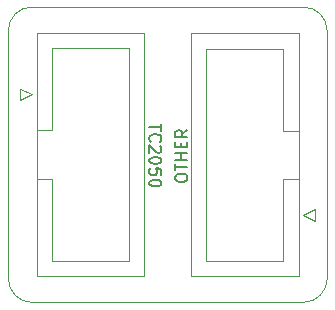
<source format=gbr>
G04 #@! TF.GenerationSoftware,KiCad,Pcbnew,5.1.6-c6e7f7d~86~ubuntu20.04.1*
G04 #@! TF.CreationDate,2020-05-16T23:21:58+03:00*
G04 #@! TF.ProjectId,TC2050-OOPS,54433230-3530-42d4-9f4f-50532e6b6963,v1.0*
G04 #@! TF.SameCoordinates,Original*
G04 #@! TF.FileFunction,Legend,Top*
G04 #@! TF.FilePolarity,Positive*
%FSLAX46Y46*%
G04 Gerber Fmt 4.6, Leading zero omitted, Abs format (unit mm)*
G04 Created by KiCad (PCBNEW 5.1.6-c6e7f7d~86~ubuntu20.04.1) date 2020-05-16 23:21:58*
%MOMM*%
%LPD*%
G01*
G04 APERTURE LIST*
G04 #@! TA.AperFunction,Profile*
%ADD10C,0.050000*%
G04 #@! TD*
%ADD11C,0.150000*%
%ADD12C,0.120000*%
G04 APERTURE END LIST*
D10*
X74000000Y-49000000D02*
G75*
G02*
X76000000Y-51000000I0J-2000000D01*
G01*
X76000000Y-72000000D02*
G75*
G02*
X74000000Y-74000000I-2000000J0D01*
G01*
X51000000Y-74000000D02*
G75*
G02*
X49000000Y-72000000I0J2000000D01*
G01*
D11*
X63152380Y-63552380D02*
X63152380Y-63361904D01*
X63200000Y-63266666D01*
X63295238Y-63171428D01*
X63485714Y-63123809D01*
X63819047Y-63123809D01*
X64009523Y-63171428D01*
X64104761Y-63266666D01*
X64152380Y-63361904D01*
X64152380Y-63552380D01*
X64104761Y-63647619D01*
X64009523Y-63742857D01*
X63819047Y-63790476D01*
X63485714Y-63790476D01*
X63295238Y-63742857D01*
X63200000Y-63647619D01*
X63152380Y-63552380D01*
X63152380Y-62838095D02*
X63152380Y-62266666D01*
X64152380Y-62552380D02*
X63152380Y-62552380D01*
X64152380Y-61933333D02*
X63152380Y-61933333D01*
X63628571Y-61933333D02*
X63628571Y-61361904D01*
X64152380Y-61361904D02*
X63152380Y-61361904D01*
X63628571Y-60885714D02*
X63628571Y-60552380D01*
X64152380Y-60409523D02*
X64152380Y-60885714D01*
X63152380Y-60885714D01*
X63152380Y-60409523D01*
X64152380Y-59409523D02*
X63676190Y-59742857D01*
X64152380Y-59980952D02*
X63152380Y-59980952D01*
X63152380Y-59600000D01*
X63200000Y-59504761D01*
X63247619Y-59457142D01*
X63342857Y-59409523D01*
X63485714Y-59409523D01*
X63580952Y-59457142D01*
X63628571Y-59504761D01*
X63676190Y-59600000D01*
X63676190Y-59980952D01*
X61947619Y-58909523D02*
X61947619Y-59480952D01*
X60947619Y-59195238D02*
X61947619Y-59195238D01*
X61042857Y-60385714D02*
X60995238Y-60338095D01*
X60947619Y-60195238D01*
X60947619Y-60100000D01*
X60995238Y-59957142D01*
X61090476Y-59861904D01*
X61185714Y-59814285D01*
X61376190Y-59766666D01*
X61519047Y-59766666D01*
X61709523Y-59814285D01*
X61804761Y-59861904D01*
X61900000Y-59957142D01*
X61947619Y-60100000D01*
X61947619Y-60195238D01*
X61900000Y-60338095D01*
X61852380Y-60385714D01*
X61852380Y-60766666D02*
X61900000Y-60814285D01*
X61947619Y-60909523D01*
X61947619Y-61147619D01*
X61900000Y-61242857D01*
X61852380Y-61290476D01*
X61757142Y-61338095D01*
X61661904Y-61338095D01*
X61519047Y-61290476D01*
X60947619Y-60719047D01*
X60947619Y-61338095D01*
X61947619Y-61957142D02*
X61947619Y-62052380D01*
X61900000Y-62147619D01*
X61852380Y-62195238D01*
X61757142Y-62242857D01*
X61566666Y-62290476D01*
X61328571Y-62290476D01*
X61138095Y-62242857D01*
X61042857Y-62195238D01*
X60995238Y-62147619D01*
X60947619Y-62052380D01*
X60947619Y-61957142D01*
X60995238Y-61861904D01*
X61042857Y-61814285D01*
X61138095Y-61766666D01*
X61328571Y-61719047D01*
X61566666Y-61719047D01*
X61757142Y-61766666D01*
X61852380Y-61814285D01*
X61900000Y-61861904D01*
X61947619Y-61957142D01*
X61947619Y-63195238D02*
X61947619Y-62719047D01*
X61471428Y-62671428D01*
X61519047Y-62719047D01*
X61566666Y-62814285D01*
X61566666Y-63052380D01*
X61519047Y-63147619D01*
X61471428Y-63195238D01*
X61376190Y-63242857D01*
X61138095Y-63242857D01*
X61042857Y-63195238D01*
X60995238Y-63147619D01*
X60947619Y-63052380D01*
X60947619Y-62814285D01*
X60995238Y-62719047D01*
X61042857Y-62671428D01*
X61947619Y-63861904D02*
X61947619Y-63957142D01*
X61900000Y-64052380D01*
X61852380Y-64100000D01*
X61757142Y-64147619D01*
X61566666Y-64195238D01*
X61328571Y-64195238D01*
X61138095Y-64147619D01*
X61042857Y-64100000D01*
X60995238Y-64052380D01*
X60947619Y-63957142D01*
X60947619Y-63861904D01*
X60995238Y-63766666D01*
X61042857Y-63719047D01*
X61138095Y-63671428D01*
X61328571Y-63623809D01*
X61566666Y-63623809D01*
X61757142Y-63671428D01*
X61852380Y-63719047D01*
X61900000Y-63766666D01*
X61947619Y-63861904D01*
D10*
X49000000Y-51000000D02*
G75*
G02*
X51000000Y-49000000I2000000J0D01*
G01*
X74000000Y-49000000D02*
X51000000Y-49000000D01*
X76000000Y-72000000D02*
X76000000Y-51000000D01*
X51000000Y-74000000D02*
X74000000Y-74000000D01*
X49000000Y-51000000D02*
X49000000Y-72000000D01*
D12*
X50020000Y-56900000D02*
X51020000Y-56400000D01*
X50020000Y-55900000D02*
X50020000Y-56900000D01*
X51020000Y-56400000D02*
X50020000Y-55900000D01*
X52720000Y-63530000D02*
X51410000Y-63530000D01*
X52720000Y-63530000D02*
X52720000Y-63530000D01*
X52720000Y-70470000D02*
X52720000Y-63530000D01*
X59220000Y-70470000D02*
X52720000Y-70470000D01*
X59220000Y-52490000D02*
X59220000Y-70470000D01*
X52720000Y-52490000D02*
X59220000Y-52490000D01*
X52720000Y-59430000D02*
X52720000Y-52490000D01*
X51410000Y-59430000D02*
X52720000Y-59430000D01*
X51410000Y-71770000D02*
X51410000Y-51190000D01*
X60530000Y-71770000D02*
X51410000Y-71770000D01*
X60530000Y-51190000D02*
X60530000Y-71770000D01*
X51410000Y-51190000D02*
X60530000Y-51190000D01*
X74980000Y-66100000D02*
X73980000Y-66600000D01*
X74980000Y-67100000D02*
X74980000Y-66100000D01*
X73980000Y-66600000D02*
X74980000Y-67100000D01*
X72280000Y-59470000D02*
X73590000Y-59470000D01*
X72280000Y-59470000D02*
X72280000Y-59470000D01*
X72280000Y-52530000D02*
X72280000Y-59470000D01*
X65780000Y-52530000D02*
X72280000Y-52530000D01*
X65780000Y-70510000D02*
X65780000Y-52530000D01*
X72280000Y-70510000D02*
X65780000Y-70510000D01*
X72280000Y-63570000D02*
X72280000Y-70510000D01*
X73590000Y-63570000D02*
X72280000Y-63570000D01*
X73590000Y-51230000D02*
X73590000Y-71810000D01*
X64470000Y-51230000D02*
X73590000Y-51230000D01*
X64470000Y-71810000D02*
X64470000Y-51230000D01*
X73590000Y-71810000D02*
X64470000Y-71810000D01*
M02*

</source>
